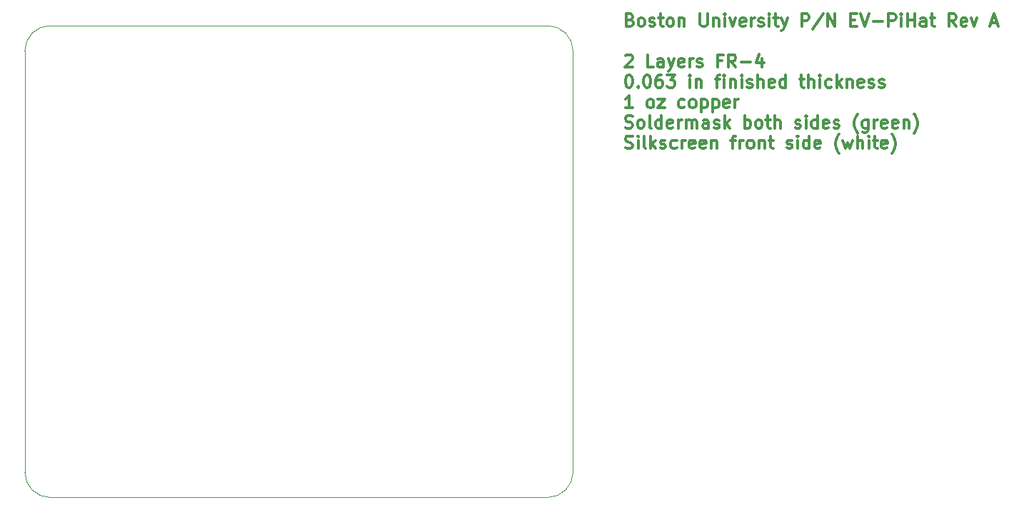
<source format=gbr>
G04 #@! TF.GenerationSoftware,KiCad,Pcbnew,(6.0.1)*
G04 #@! TF.CreationDate,2022-06-15T10:22:57-03:00*
G04 #@! TF.ProjectId,Pi-Hat,50692d48-6174-42e6-9b69-6361645f7063,rev?*
G04 #@! TF.SameCoordinates,Original*
G04 #@! TF.FileFunction,Other,Comment*
%FSLAX46Y46*%
G04 Gerber Fmt 4.6, Leading zero omitted, Abs format (unit mm)*
G04 Created by KiCad (PCBNEW (6.0.1)) date 2022-06-15 10:22:57*
%MOMM*%
%LPD*%
G01*
G04 APERTURE LIST*
%ADD10C,0.300000*%
G04 #@! TA.AperFunction,Profile*
%ADD11C,0.100000*%
G04 #@! TD*
G04 APERTURE END LIST*
D10*
X150327942Y-60135657D02*
X150542228Y-60207085D01*
X150613657Y-60278514D01*
X150685085Y-60421371D01*
X150685085Y-60635657D01*
X150613657Y-60778514D01*
X150542228Y-60849942D01*
X150399371Y-60921371D01*
X149827942Y-60921371D01*
X149827942Y-59421371D01*
X150327942Y-59421371D01*
X150470800Y-59492800D01*
X150542228Y-59564228D01*
X150613657Y-59707085D01*
X150613657Y-59849942D01*
X150542228Y-59992800D01*
X150470800Y-60064228D01*
X150327942Y-60135657D01*
X149827942Y-60135657D01*
X151542228Y-60921371D02*
X151399371Y-60849942D01*
X151327942Y-60778514D01*
X151256514Y-60635657D01*
X151256514Y-60207085D01*
X151327942Y-60064228D01*
X151399371Y-59992800D01*
X151542228Y-59921371D01*
X151756514Y-59921371D01*
X151899371Y-59992800D01*
X151970800Y-60064228D01*
X152042228Y-60207085D01*
X152042228Y-60635657D01*
X151970800Y-60778514D01*
X151899371Y-60849942D01*
X151756514Y-60921371D01*
X151542228Y-60921371D01*
X152613657Y-60849942D02*
X152756514Y-60921371D01*
X153042228Y-60921371D01*
X153185085Y-60849942D01*
X153256514Y-60707085D01*
X153256514Y-60635657D01*
X153185085Y-60492800D01*
X153042228Y-60421371D01*
X152827942Y-60421371D01*
X152685085Y-60349942D01*
X152613657Y-60207085D01*
X152613657Y-60135657D01*
X152685085Y-59992800D01*
X152827942Y-59921371D01*
X153042228Y-59921371D01*
X153185085Y-59992800D01*
X153685085Y-59921371D02*
X154256514Y-59921371D01*
X153899371Y-59421371D02*
X153899371Y-60707085D01*
X153970800Y-60849942D01*
X154113657Y-60921371D01*
X154256514Y-60921371D01*
X154970800Y-60921371D02*
X154827942Y-60849942D01*
X154756514Y-60778514D01*
X154685085Y-60635657D01*
X154685085Y-60207085D01*
X154756514Y-60064228D01*
X154827942Y-59992800D01*
X154970800Y-59921371D01*
X155185085Y-59921371D01*
X155327942Y-59992800D01*
X155399371Y-60064228D01*
X155470800Y-60207085D01*
X155470800Y-60635657D01*
X155399371Y-60778514D01*
X155327942Y-60849942D01*
X155185085Y-60921371D01*
X154970800Y-60921371D01*
X156113657Y-59921371D02*
X156113657Y-60921371D01*
X156113657Y-60064228D02*
X156185085Y-59992800D01*
X156327942Y-59921371D01*
X156542228Y-59921371D01*
X156685085Y-59992800D01*
X156756514Y-60135657D01*
X156756514Y-60921371D01*
X158613657Y-59421371D02*
X158613657Y-60635657D01*
X158685085Y-60778514D01*
X158756514Y-60849942D01*
X158899371Y-60921371D01*
X159185085Y-60921371D01*
X159327942Y-60849942D01*
X159399371Y-60778514D01*
X159470800Y-60635657D01*
X159470800Y-59421371D01*
X160185085Y-59921371D02*
X160185085Y-60921371D01*
X160185085Y-60064228D02*
X160256514Y-59992800D01*
X160399371Y-59921371D01*
X160613657Y-59921371D01*
X160756514Y-59992800D01*
X160827942Y-60135657D01*
X160827942Y-60921371D01*
X161542228Y-60921371D02*
X161542228Y-59921371D01*
X161542228Y-59421371D02*
X161470800Y-59492800D01*
X161542228Y-59564228D01*
X161613657Y-59492800D01*
X161542228Y-59421371D01*
X161542228Y-59564228D01*
X162113657Y-59921371D02*
X162470800Y-60921371D01*
X162827942Y-59921371D01*
X163970800Y-60849942D02*
X163827942Y-60921371D01*
X163542228Y-60921371D01*
X163399371Y-60849942D01*
X163327942Y-60707085D01*
X163327942Y-60135657D01*
X163399371Y-59992800D01*
X163542228Y-59921371D01*
X163827942Y-59921371D01*
X163970800Y-59992800D01*
X164042228Y-60135657D01*
X164042228Y-60278514D01*
X163327942Y-60421371D01*
X164685085Y-60921371D02*
X164685085Y-59921371D01*
X164685085Y-60207085D02*
X164756514Y-60064228D01*
X164827942Y-59992800D01*
X164970800Y-59921371D01*
X165113657Y-59921371D01*
X165542228Y-60849942D02*
X165685085Y-60921371D01*
X165970800Y-60921371D01*
X166113657Y-60849942D01*
X166185085Y-60707085D01*
X166185085Y-60635657D01*
X166113657Y-60492800D01*
X165970800Y-60421371D01*
X165756514Y-60421371D01*
X165613657Y-60349942D01*
X165542228Y-60207085D01*
X165542228Y-60135657D01*
X165613657Y-59992800D01*
X165756514Y-59921371D01*
X165970800Y-59921371D01*
X166113657Y-59992800D01*
X166827942Y-60921371D02*
X166827942Y-59921371D01*
X166827942Y-59421371D02*
X166756514Y-59492800D01*
X166827942Y-59564228D01*
X166899371Y-59492800D01*
X166827942Y-59421371D01*
X166827942Y-59564228D01*
X167327942Y-59921371D02*
X167899371Y-59921371D01*
X167542228Y-59421371D02*
X167542228Y-60707085D01*
X167613657Y-60849942D01*
X167756514Y-60921371D01*
X167899371Y-60921371D01*
X168256514Y-59921371D02*
X168613657Y-60921371D01*
X168970800Y-59921371D02*
X168613657Y-60921371D01*
X168470800Y-61278514D01*
X168399371Y-61349942D01*
X168256514Y-61421371D01*
X170685085Y-60921371D02*
X170685085Y-59421371D01*
X171256514Y-59421371D01*
X171399371Y-59492800D01*
X171470800Y-59564228D01*
X171542228Y-59707085D01*
X171542228Y-59921371D01*
X171470800Y-60064228D01*
X171399371Y-60135657D01*
X171256514Y-60207085D01*
X170685085Y-60207085D01*
X173256514Y-59349942D02*
X171970800Y-61278514D01*
X173756514Y-60921371D02*
X173756514Y-59421371D01*
X174613657Y-60921371D01*
X174613657Y-59421371D01*
X176470800Y-60135657D02*
X176970800Y-60135657D01*
X177185085Y-60921371D02*
X176470800Y-60921371D01*
X176470800Y-59421371D01*
X177185085Y-59421371D01*
X177613657Y-59421371D02*
X178113657Y-60921371D01*
X178613657Y-59421371D01*
X179113657Y-60349942D02*
X180256514Y-60349942D01*
X180970800Y-60921371D02*
X180970800Y-59421371D01*
X181542228Y-59421371D01*
X181685085Y-59492800D01*
X181756514Y-59564228D01*
X181827942Y-59707085D01*
X181827942Y-59921371D01*
X181756514Y-60064228D01*
X181685085Y-60135657D01*
X181542228Y-60207085D01*
X180970800Y-60207085D01*
X182470800Y-60921371D02*
X182470800Y-59921371D01*
X182470800Y-59421371D02*
X182399371Y-59492800D01*
X182470800Y-59564228D01*
X182542228Y-59492800D01*
X182470800Y-59421371D01*
X182470800Y-59564228D01*
X183185085Y-60921371D02*
X183185085Y-59421371D01*
X183185085Y-60135657D02*
X184042228Y-60135657D01*
X184042228Y-60921371D02*
X184042228Y-59421371D01*
X185399371Y-60921371D02*
X185399371Y-60135657D01*
X185327942Y-59992800D01*
X185185085Y-59921371D01*
X184899371Y-59921371D01*
X184756514Y-59992800D01*
X185399371Y-60849942D02*
X185256514Y-60921371D01*
X184899371Y-60921371D01*
X184756514Y-60849942D01*
X184685085Y-60707085D01*
X184685085Y-60564228D01*
X184756514Y-60421371D01*
X184899371Y-60349942D01*
X185256514Y-60349942D01*
X185399371Y-60278514D01*
X185899371Y-59921371D02*
X186470800Y-59921371D01*
X186113657Y-59421371D02*
X186113657Y-60707085D01*
X186185085Y-60849942D01*
X186327942Y-60921371D01*
X186470800Y-60921371D01*
X188970800Y-60921371D02*
X188470800Y-60207085D01*
X188113657Y-60921371D02*
X188113657Y-59421371D01*
X188685085Y-59421371D01*
X188827942Y-59492800D01*
X188899371Y-59564228D01*
X188970800Y-59707085D01*
X188970800Y-59921371D01*
X188899371Y-60064228D01*
X188827942Y-60135657D01*
X188685085Y-60207085D01*
X188113657Y-60207085D01*
X190185085Y-60849942D02*
X190042228Y-60921371D01*
X189756514Y-60921371D01*
X189613657Y-60849942D01*
X189542228Y-60707085D01*
X189542228Y-60135657D01*
X189613657Y-59992800D01*
X189756514Y-59921371D01*
X190042228Y-59921371D01*
X190185085Y-59992800D01*
X190256514Y-60135657D01*
X190256514Y-60278514D01*
X189542228Y-60421371D01*
X190756514Y-59921371D02*
X191113657Y-60921371D01*
X191470800Y-59921371D01*
X193113657Y-60492800D02*
X193827942Y-60492800D01*
X192970800Y-60921371D02*
X193470800Y-59421371D01*
X193970800Y-60921371D01*
X149756514Y-64394228D02*
X149827942Y-64322800D01*
X149970800Y-64251371D01*
X150327942Y-64251371D01*
X150470800Y-64322800D01*
X150542228Y-64394228D01*
X150613657Y-64537085D01*
X150613657Y-64679942D01*
X150542228Y-64894228D01*
X149685085Y-65751371D01*
X150613657Y-65751371D01*
X153113657Y-65751371D02*
X152399371Y-65751371D01*
X152399371Y-64251371D01*
X154256514Y-65751371D02*
X154256514Y-64965657D01*
X154185085Y-64822800D01*
X154042228Y-64751371D01*
X153756514Y-64751371D01*
X153613657Y-64822800D01*
X154256514Y-65679942D02*
X154113657Y-65751371D01*
X153756514Y-65751371D01*
X153613657Y-65679942D01*
X153542228Y-65537085D01*
X153542228Y-65394228D01*
X153613657Y-65251371D01*
X153756514Y-65179942D01*
X154113657Y-65179942D01*
X154256514Y-65108514D01*
X154827942Y-64751371D02*
X155185085Y-65751371D01*
X155542228Y-64751371D02*
X155185085Y-65751371D01*
X155042228Y-66108514D01*
X154970800Y-66179942D01*
X154827942Y-66251371D01*
X156685085Y-65679942D02*
X156542228Y-65751371D01*
X156256514Y-65751371D01*
X156113657Y-65679942D01*
X156042228Y-65537085D01*
X156042228Y-64965657D01*
X156113657Y-64822800D01*
X156256514Y-64751371D01*
X156542228Y-64751371D01*
X156685085Y-64822800D01*
X156756514Y-64965657D01*
X156756514Y-65108514D01*
X156042228Y-65251371D01*
X157399371Y-65751371D02*
X157399371Y-64751371D01*
X157399371Y-65037085D02*
X157470800Y-64894228D01*
X157542228Y-64822800D01*
X157685085Y-64751371D01*
X157827942Y-64751371D01*
X158256514Y-65679942D02*
X158399371Y-65751371D01*
X158685085Y-65751371D01*
X158827942Y-65679942D01*
X158899371Y-65537085D01*
X158899371Y-65465657D01*
X158827942Y-65322800D01*
X158685085Y-65251371D01*
X158470800Y-65251371D01*
X158327942Y-65179942D01*
X158256514Y-65037085D01*
X158256514Y-64965657D01*
X158327942Y-64822800D01*
X158470800Y-64751371D01*
X158685085Y-64751371D01*
X158827942Y-64822800D01*
X161185085Y-64965657D02*
X160685085Y-64965657D01*
X160685085Y-65751371D02*
X160685085Y-64251371D01*
X161399371Y-64251371D01*
X162827942Y-65751371D02*
X162327942Y-65037085D01*
X161970800Y-65751371D02*
X161970800Y-64251371D01*
X162542228Y-64251371D01*
X162685085Y-64322800D01*
X162756514Y-64394228D01*
X162827942Y-64537085D01*
X162827942Y-64751371D01*
X162756514Y-64894228D01*
X162685085Y-64965657D01*
X162542228Y-65037085D01*
X161970800Y-65037085D01*
X163470800Y-65179942D02*
X164613657Y-65179942D01*
X165970800Y-64751371D02*
X165970800Y-65751371D01*
X165613657Y-64179942D02*
X165256514Y-65251371D01*
X166185085Y-65251371D01*
X150113657Y-66666371D02*
X150256514Y-66666371D01*
X150399371Y-66737800D01*
X150470800Y-66809228D01*
X150542228Y-66952085D01*
X150613657Y-67237800D01*
X150613657Y-67594942D01*
X150542228Y-67880657D01*
X150470800Y-68023514D01*
X150399371Y-68094942D01*
X150256514Y-68166371D01*
X150113657Y-68166371D01*
X149970800Y-68094942D01*
X149899371Y-68023514D01*
X149827942Y-67880657D01*
X149756514Y-67594942D01*
X149756514Y-67237800D01*
X149827942Y-66952085D01*
X149899371Y-66809228D01*
X149970800Y-66737800D01*
X150113657Y-66666371D01*
X151256514Y-68023514D02*
X151327942Y-68094942D01*
X151256514Y-68166371D01*
X151185085Y-68094942D01*
X151256514Y-68023514D01*
X151256514Y-68166371D01*
X152256514Y-66666371D02*
X152399371Y-66666371D01*
X152542228Y-66737800D01*
X152613657Y-66809228D01*
X152685085Y-66952085D01*
X152756514Y-67237800D01*
X152756514Y-67594942D01*
X152685085Y-67880657D01*
X152613657Y-68023514D01*
X152542228Y-68094942D01*
X152399371Y-68166371D01*
X152256514Y-68166371D01*
X152113657Y-68094942D01*
X152042228Y-68023514D01*
X151970800Y-67880657D01*
X151899371Y-67594942D01*
X151899371Y-67237800D01*
X151970800Y-66952085D01*
X152042228Y-66809228D01*
X152113657Y-66737800D01*
X152256514Y-66666371D01*
X154042228Y-66666371D02*
X153756514Y-66666371D01*
X153613657Y-66737800D01*
X153542228Y-66809228D01*
X153399371Y-67023514D01*
X153327942Y-67309228D01*
X153327942Y-67880657D01*
X153399371Y-68023514D01*
X153470800Y-68094942D01*
X153613657Y-68166371D01*
X153899371Y-68166371D01*
X154042228Y-68094942D01*
X154113657Y-68023514D01*
X154185085Y-67880657D01*
X154185085Y-67523514D01*
X154113657Y-67380657D01*
X154042228Y-67309228D01*
X153899371Y-67237800D01*
X153613657Y-67237800D01*
X153470800Y-67309228D01*
X153399371Y-67380657D01*
X153327942Y-67523514D01*
X154685085Y-66666371D02*
X155613657Y-66666371D01*
X155113657Y-67237800D01*
X155327942Y-67237800D01*
X155470800Y-67309228D01*
X155542228Y-67380657D01*
X155613657Y-67523514D01*
X155613657Y-67880657D01*
X155542228Y-68023514D01*
X155470800Y-68094942D01*
X155327942Y-68166371D01*
X154899371Y-68166371D01*
X154756514Y-68094942D01*
X154685085Y-68023514D01*
X157399371Y-68166371D02*
X157399371Y-67166371D01*
X157399371Y-66666371D02*
X157327942Y-66737800D01*
X157399371Y-66809228D01*
X157470800Y-66737800D01*
X157399371Y-66666371D01*
X157399371Y-66809228D01*
X158113657Y-67166371D02*
X158113657Y-68166371D01*
X158113657Y-67309228D02*
X158185085Y-67237800D01*
X158327942Y-67166371D01*
X158542228Y-67166371D01*
X158685085Y-67237800D01*
X158756514Y-67380657D01*
X158756514Y-68166371D01*
X160399371Y-67166371D02*
X160970800Y-67166371D01*
X160613657Y-68166371D02*
X160613657Y-66880657D01*
X160685085Y-66737800D01*
X160827942Y-66666371D01*
X160970800Y-66666371D01*
X161470800Y-68166371D02*
X161470800Y-67166371D01*
X161470800Y-66666371D02*
X161399371Y-66737800D01*
X161470800Y-66809228D01*
X161542228Y-66737800D01*
X161470800Y-66666371D01*
X161470800Y-66809228D01*
X162185085Y-67166371D02*
X162185085Y-68166371D01*
X162185085Y-67309228D02*
X162256514Y-67237800D01*
X162399371Y-67166371D01*
X162613657Y-67166371D01*
X162756514Y-67237800D01*
X162827942Y-67380657D01*
X162827942Y-68166371D01*
X163542228Y-68166371D02*
X163542228Y-67166371D01*
X163542228Y-66666371D02*
X163470800Y-66737800D01*
X163542228Y-66809228D01*
X163613657Y-66737800D01*
X163542228Y-66666371D01*
X163542228Y-66809228D01*
X164185085Y-68094942D02*
X164327942Y-68166371D01*
X164613657Y-68166371D01*
X164756514Y-68094942D01*
X164827942Y-67952085D01*
X164827942Y-67880657D01*
X164756514Y-67737800D01*
X164613657Y-67666371D01*
X164399371Y-67666371D01*
X164256514Y-67594942D01*
X164185085Y-67452085D01*
X164185085Y-67380657D01*
X164256514Y-67237800D01*
X164399371Y-67166371D01*
X164613657Y-67166371D01*
X164756514Y-67237800D01*
X165470800Y-68166371D02*
X165470800Y-66666371D01*
X166113657Y-68166371D02*
X166113657Y-67380657D01*
X166042228Y-67237800D01*
X165899371Y-67166371D01*
X165685085Y-67166371D01*
X165542228Y-67237800D01*
X165470800Y-67309228D01*
X167399371Y-68094942D02*
X167256514Y-68166371D01*
X166970800Y-68166371D01*
X166827942Y-68094942D01*
X166756514Y-67952085D01*
X166756514Y-67380657D01*
X166827942Y-67237800D01*
X166970800Y-67166371D01*
X167256514Y-67166371D01*
X167399371Y-67237800D01*
X167470800Y-67380657D01*
X167470800Y-67523514D01*
X166756514Y-67666371D01*
X168756514Y-68166371D02*
X168756514Y-66666371D01*
X168756514Y-68094942D02*
X168613657Y-68166371D01*
X168327942Y-68166371D01*
X168185085Y-68094942D01*
X168113657Y-68023514D01*
X168042228Y-67880657D01*
X168042228Y-67452085D01*
X168113657Y-67309228D01*
X168185085Y-67237800D01*
X168327942Y-67166371D01*
X168613657Y-67166371D01*
X168756514Y-67237800D01*
X170399371Y-67166371D02*
X170970800Y-67166371D01*
X170613657Y-66666371D02*
X170613657Y-67952085D01*
X170685085Y-68094942D01*
X170827942Y-68166371D01*
X170970800Y-68166371D01*
X171470800Y-68166371D02*
X171470800Y-66666371D01*
X172113657Y-68166371D02*
X172113657Y-67380657D01*
X172042228Y-67237800D01*
X171899371Y-67166371D01*
X171685085Y-67166371D01*
X171542228Y-67237800D01*
X171470800Y-67309228D01*
X172827942Y-68166371D02*
X172827942Y-67166371D01*
X172827942Y-66666371D02*
X172756514Y-66737800D01*
X172827942Y-66809228D01*
X172899371Y-66737800D01*
X172827942Y-66666371D01*
X172827942Y-66809228D01*
X174185085Y-68094942D02*
X174042228Y-68166371D01*
X173756514Y-68166371D01*
X173613657Y-68094942D01*
X173542228Y-68023514D01*
X173470800Y-67880657D01*
X173470800Y-67452085D01*
X173542228Y-67309228D01*
X173613657Y-67237800D01*
X173756514Y-67166371D01*
X174042228Y-67166371D01*
X174185085Y-67237800D01*
X174827942Y-68166371D02*
X174827942Y-66666371D01*
X174970800Y-67594942D02*
X175399371Y-68166371D01*
X175399371Y-67166371D02*
X174827942Y-67737800D01*
X176042228Y-67166371D02*
X176042228Y-68166371D01*
X176042228Y-67309228D02*
X176113657Y-67237800D01*
X176256514Y-67166371D01*
X176470800Y-67166371D01*
X176613657Y-67237800D01*
X176685085Y-67380657D01*
X176685085Y-68166371D01*
X177970800Y-68094942D02*
X177827942Y-68166371D01*
X177542228Y-68166371D01*
X177399371Y-68094942D01*
X177327942Y-67952085D01*
X177327942Y-67380657D01*
X177399371Y-67237800D01*
X177542228Y-67166371D01*
X177827942Y-67166371D01*
X177970800Y-67237800D01*
X178042228Y-67380657D01*
X178042228Y-67523514D01*
X177327942Y-67666371D01*
X178613657Y-68094942D02*
X178756514Y-68166371D01*
X179042228Y-68166371D01*
X179185085Y-68094942D01*
X179256514Y-67952085D01*
X179256514Y-67880657D01*
X179185085Y-67737800D01*
X179042228Y-67666371D01*
X178827942Y-67666371D01*
X178685085Y-67594942D01*
X178613657Y-67452085D01*
X178613657Y-67380657D01*
X178685085Y-67237800D01*
X178827942Y-67166371D01*
X179042228Y-67166371D01*
X179185085Y-67237800D01*
X179827942Y-68094942D02*
X179970800Y-68166371D01*
X180256514Y-68166371D01*
X180399371Y-68094942D01*
X180470800Y-67952085D01*
X180470800Y-67880657D01*
X180399371Y-67737800D01*
X180256514Y-67666371D01*
X180042228Y-67666371D01*
X179899371Y-67594942D01*
X179827942Y-67452085D01*
X179827942Y-67380657D01*
X179899371Y-67237800D01*
X180042228Y-67166371D01*
X180256514Y-67166371D01*
X180399371Y-67237800D01*
X150613657Y-70581371D02*
X149756514Y-70581371D01*
X150185085Y-70581371D02*
X150185085Y-69081371D01*
X150042228Y-69295657D01*
X149899371Y-69438514D01*
X149756514Y-69509942D01*
X152613657Y-70581371D02*
X152470800Y-70509942D01*
X152399371Y-70438514D01*
X152327942Y-70295657D01*
X152327942Y-69867085D01*
X152399371Y-69724228D01*
X152470800Y-69652800D01*
X152613657Y-69581371D01*
X152827942Y-69581371D01*
X152970800Y-69652800D01*
X153042228Y-69724228D01*
X153113657Y-69867085D01*
X153113657Y-70295657D01*
X153042228Y-70438514D01*
X152970800Y-70509942D01*
X152827942Y-70581371D01*
X152613657Y-70581371D01*
X153613657Y-69581371D02*
X154399371Y-69581371D01*
X153613657Y-70581371D01*
X154399371Y-70581371D01*
X156756514Y-70509942D02*
X156613657Y-70581371D01*
X156327942Y-70581371D01*
X156185085Y-70509942D01*
X156113657Y-70438514D01*
X156042228Y-70295657D01*
X156042228Y-69867085D01*
X156113657Y-69724228D01*
X156185085Y-69652800D01*
X156327942Y-69581371D01*
X156613657Y-69581371D01*
X156756514Y-69652800D01*
X157613657Y-70581371D02*
X157470800Y-70509942D01*
X157399371Y-70438514D01*
X157327942Y-70295657D01*
X157327942Y-69867085D01*
X157399371Y-69724228D01*
X157470800Y-69652800D01*
X157613657Y-69581371D01*
X157827942Y-69581371D01*
X157970800Y-69652800D01*
X158042228Y-69724228D01*
X158113657Y-69867085D01*
X158113657Y-70295657D01*
X158042228Y-70438514D01*
X157970800Y-70509942D01*
X157827942Y-70581371D01*
X157613657Y-70581371D01*
X158756514Y-69581371D02*
X158756514Y-71081371D01*
X158756514Y-69652800D02*
X158899371Y-69581371D01*
X159185085Y-69581371D01*
X159327942Y-69652800D01*
X159399371Y-69724228D01*
X159470800Y-69867085D01*
X159470800Y-70295657D01*
X159399371Y-70438514D01*
X159327942Y-70509942D01*
X159185085Y-70581371D01*
X158899371Y-70581371D01*
X158756514Y-70509942D01*
X160113657Y-69581371D02*
X160113657Y-71081371D01*
X160113657Y-69652800D02*
X160256514Y-69581371D01*
X160542228Y-69581371D01*
X160685085Y-69652800D01*
X160756514Y-69724228D01*
X160827942Y-69867085D01*
X160827942Y-70295657D01*
X160756514Y-70438514D01*
X160685085Y-70509942D01*
X160542228Y-70581371D01*
X160256514Y-70581371D01*
X160113657Y-70509942D01*
X162042228Y-70509942D02*
X161899371Y-70581371D01*
X161613657Y-70581371D01*
X161470800Y-70509942D01*
X161399371Y-70367085D01*
X161399371Y-69795657D01*
X161470800Y-69652800D01*
X161613657Y-69581371D01*
X161899371Y-69581371D01*
X162042228Y-69652800D01*
X162113657Y-69795657D01*
X162113657Y-69938514D01*
X161399371Y-70081371D01*
X162756514Y-70581371D02*
X162756514Y-69581371D01*
X162756514Y-69867085D02*
X162827942Y-69724228D01*
X162899371Y-69652800D01*
X163042228Y-69581371D01*
X163185085Y-69581371D01*
X149756514Y-72924942D02*
X149970800Y-72996371D01*
X150327942Y-72996371D01*
X150470800Y-72924942D01*
X150542228Y-72853514D01*
X150613657Y-72710657D01*
X150613657Y-72567800D01*
X150542228Y-72424942D01*
X150470800Y-72353514D01*
X150327942Y-72282085D01*
X150042228Y-72210657D01*
X149899371Y-72139228D01*
X149827942Y-72067800D01*
X149756514Y-71924942D01*
X149756514Y-71782085D01*
X149827942Y-71639228D01*
X149899371Y-71567800D01*
X150042228Y-71496371D01*
X150399371Y-71496371D01*
X150613657Y-71567800D01*
X151470800Y-72996371D02*
X151327942Y-72924942D01*
X151256514Y-72853514D01*
X151185085Y-72710657D01*
X151185085Y-72282085D01*
X151256514Y-72139228D01*
X151327942Y-72067800D01*
X151470800Y-71996371D01*
X151685085Y-71996371D01*
X151827942Y-72067800D01*
X151899371Y-72139228D01*
X151970800Y-72282085D01*
X151970800Y-72710657D01*
X151899371Y-72853514D01*
X151827942Y-72924942D01*
X151685085Y-72996371D01*
X151470800Y-72996371D01*
X152827942Y-72996371D02*
X152685085Y-72924942D01*
X152613657Y-72782085D01*
X152613657Y-71496371D01*
X154042228Y-72996371D02*
X154042228Y-71496371D01*
X154042228Y-72924942D02*
X153899371Y-72996371D01*
X153613657Y-72996371D01*
X153470800Y-72924942D01*
X153399371Y-72853514D01*
X153327942Y-72710657D01*
X153327942Y-72282085D01*
X153399371Y-72139228D01*
X153470800Y-72067800D01*
X153613657Y-71996371D01*
X153899371Y-71996371D01*
X154042228Y-72067800D01*
X155327942Y-72924942D02*
X155185085Y-72996371D01*
X154899371Y-72996371D01*
X154756514Y-72924942D01*
X154685085Y-72782085D01*
X154685085Y-72210657D01*
X154756514Y-72067800D01*
X154899371Y-71996371D01*
X155185085Y-71996371D01*
X155327942Y-72067800D01*
X155399371Y-72210657D01*
X155399371Y-72353514D01*
X154685085Y-72496371D01*
X156042228Y-72996371D02*
X156042228Y-71996371D01*
X156042228Y-72282085D02*
X156113657Y-72139228D01*
X156185085Y-72067800D01*
X156327942Y-71996371D01*
X156470800Y-71996371D01*
X156970800Y-72996371D02*
X156970800Y-71996371D01*
X156970800Y-72139228D02*
X157042228Y-72067800D01*
X157185085Y-71996371D01*
X157399371Y-71996371D01*
X157542228Y-72067800D01*
X157613657Y-72210657D01*
X157613657Y-72996371D01*
X157613657Y-72210657D02*
X157685085Y-72067800D01*
X157827942Y-71996371D01*
X158042228Y-71996371D01*
X158185085Y-72067800D01*
X158256514Y-72210657D01*
X158256514Y-72996371D01*
X159613657Y-72996371D02*
X159613657Y-72210657D01*
X159542228Y-72067800D01*
X159399371Y-71996371D01*
X159113657Y-71996371D01*
X158970800Y-72067800D01*
X159613657Y-72924942D02*
X159470800Y-72996371D01*
X159113657Y-72996371D01*
X158970800Y-72924942D01*
X158899371Y-72782085D01*
X158899371Y-72639228D01*
X158970800Y-72496371D01*
X159113657Y-72424942D01*
X159470800Y-72424942D01*
X159613657Y-72353514D01*
X160256514Y-72924942D02*
X160399371Y-72996371D01*
X160685085Y-72996371D01*
X160827942Y-72924942D01*
X160899371Y-72782085D01*
X160899371Y-72710657D01*
X160827942Y-72567800D01*
X160685085Y-72496371D01*
X160470800Y-72496371D01*
X160327942Y-72424942D01*
X160256514Y-72282085D01*
X160256514Y-72210657D01*
X160327942Y-72067800D01*
X160470800Y-71996371D01*
X160685085Y-71996371D01*
X160827942Y-72067800D01*
X161542228Y-72996371D02*
X161542228Y-71496371D01*
X161685085Y-72424942D02*
X162113657Y-72996371D01*
X162113657Y-71996371D02*
X161542228Y-72567800D01*
X163899371Y-72996371D02*
X163899371Y-71496371D01*
X163899371Y-72067800D02*
X164042228Y-71996371D01*
X164327942Y-71996371D01*
X164470800Y-72067800D01*
X164542228Y-72139228D01*
X164613657Y-72282085D01*
X164613657Y-72710657D01*
X164542228Y-72853514D01*
X164470800Y-72924942D01*
X164327942Y-72996371D01*
X164042228Y-72996371D01*
X163899371Y-72924942D01*
X165470800Y-72996371D02*
X165327942Y-72924942D01*
X165256514Y-72853514D01*
X165185085Y-72710657D01*
X165185085Y-72282085D01*
X165256514Y-72139228D01*
X165327942Y-72067800D01*
X165470800Y-71996371D01*
X165685085Y-71996371D01*
X165827942Y-72067800D01*
X165899371Y-72139228D01*
X165970800Y-72282085D01*
X165970800Y-72710657D01*
X165899371Y-72853514D01*
X165827942Y-72924942D01*
X165685085Y-72996371D01*
X165470800Y-72996371D01*
X166399371Y-71996371D02*
X166970800Y-71996371D01*
X166613657Y-71496371D02*
X166613657Y-72782085D01*
X166685085Y-72924942D01*
X166827942Y-72996371D01*
X166970800Y-72996371D01*
X167470800Y-72996371D02*
X167470800Y-71496371D01*
X168113657Y-72996371D02*
X168113657Y-72210657D01*
X168042228Y-72067800D01*
X167899371Y-71996371D01*
X167685085Y-71996371D01*
X167542228Y-72067800D01*
X167470800Y-72139228D01*
X169899371Y-72924942D02*
X170042228Y-72996371D01*
X170327942Y-72996371D01*
X170470800Y-72924942D01*
X170542228Y-72782085D01*
X170542228Y-72710657D01*
X170470800Y-72567800D01*
X170327942Y-72496371D01*
X170113657Y-72496371D01*
X169970800Y-72424942D01*
X169899371Y-72282085D01*
X169899371Y-72210657D01*
X169970800Y-72067800D01*
X170113657Y-71996371D01*
X170327942Y-71996371D01*
X170470800Y-72067800D01*
X171185085Y-72996371D02*
X171185085Y-71996371D01*
X171185085Y-71496371D02*
X171113657Y-71567800D01*
X171185085Y-71639228D01*
X171256514Y-71567800D01*
X171185085Y-71496371D01*
X171185085Y-71639228D01*
X172542228Y-72996371D02*
X172542228Y-71496371D01*
X172542228Y-72924942D02*
X172399371Y-72996371D01*
X172113657Y-72996371D01*
X171970800Y-72924942D01*
X171899371Y-72853514D01*
X171827942Y-72710657D01*
X171827942Y-72282085D01*
X171899371Y-72139228D01*
X171970800Y-72067800D01*
X172113657Y-71996371D01*
X172399371Y-71996371D01*
X172542228Y-72067800D01*
X173827942Y-72924942D02*
X173685085Y-72996371D01*
X173399371Y-72996371D01*
X173256514Y-72924942D01*
X173185085Y-72782085D01*
X173185085Y-72210657D01*
X173256514Y-72067800D01*
X173399371Y-71996371D01*
X173685085Y-71996371D01*
X173827942Y-72067800D01*
X173899371Y-72210657D01*
X173899371Y-72353514D01*
X173185085Y-72496371D01*
X174470800Y-72924942D02*
X174613657Y-72996371D01*
X174899371Y-72996371D01*
X175042228Y-72924942D01*
X175113657Y-72782085D01*
X175113657Y-72710657D01*
X175042228Y-72567800D01*
X174899371Y-72496371D01*
X174685085Y-72496371D01*
X174542228Y-72424942D01*
X174470800Y-72282085D01*
X174470800Y-72210657D01*
X174542228Y-72067800D01*
X174685085Y-71996371D01*
X174899371Y-71996371D01*
X175042228Y-72067800D01*
X177327942Y-73567800D02*
X177256514Y-73496371D01*
X177113657Y-73282085D01*
X177042228Y-73139228D01*
X176970800Y-72924942D01*
X176899371Y-72567800D01*
X176899371Y-72282085D01*
X176970800Y-71924942D01*
X177042228Y-71710657D01*
X177113657Y-71567800D01*
X177256514Y-71353514D01*
X177327942Y-71282085D01*
X178542228Y-71996371D02*
X178542228Y-73210657D01*
X178470800Y-73353514D01*
X178399371Y-73424942D01*
X178256514Y-73496371D01*
X178042228Y-73496371D01*
X177899371Y-73424942D01*
X178542228Y-72924942D02*
X178399371Y-72996371D01*
X178113657Y-72996371D01*
X177970800Y-72924942D01*
X177899371Y-72853514D01*
X177827942Y-72710657D01*
X177827942Y-72282085D01*
X177899371Y-72139228D01*
X177970800Y-72067800D01*
X178113657Y-71996371D01*
X178399371Y-71996371D01*
X178542228Y-72067800D01*
X179256514Y-72996371D02*
X179256514Y-71996371D01*
X179256514Y-72282085D02*
X179327942Y-72139228D01*
X179399371Y-72067800D01*
X179542228Y-71996371D01*
X179685085Y-71996371D01*
X180756514Y-72924942D02*
X180613657Y-72996371D01*
X180327942Y-72996371D01*
X180185085Y-72924942D01*
X180113657Y-72782085D01*
X180113657Y-72210657D01*
X180185085Y-72067800D01*
X180327942Y-71996371D01*
X180613657Y-71996371D01*
X180756514Y-72067800D01*
X180827942Y-72210657D01*
X180827942Y-72353514D01*
X180113657Y-72496371D01*
X182042228Y-72924942D02*
X181899371Y-72996371D01*
X181613657Y-72996371D01*
X181470800Y-72924942D01*
X181399371Y-72782085D01*
X181399371Y-72210657D01*
X181470800Y-72067800D01*
X181613657Y-71996371D01*
X181899371Y-71996371D01*
X182042228Y-72067800D01*
X182113657Y-72210657D01*
X182113657Y-72353514D01*
X181399371Y-72496371D01*
X182756514Y-71996371D02*
X182756514Y-72996371D01*
X182756514Y-72139228D02*
X182827942Y-72067800D01*
X182970800Y-71996371D01*
X183185085Y-71996371D01*
X183327942Y-72067800D01*
X183399371Y-72210657D01*
X183399371Y-72996371D01*
X183970800Y-73567800D02*
X184042228Y-73496371D01*
X184185085Y-73282085D01*
X184256514Y-73139228D01*
X184327942Y-72924942D01*
X184399371Y-72567800D01*
X184399371Y-72282085D01*
X184327942Y-71924942D01*
X184256514Y-71710657D01*
X184185085Y-71567800D01*
X184042228Y-71353514D01*
X183970800Y-71282085D01*
X149756514Y-75339942D02*
X149970800Y-75411371D01*
X150327942Y-75411371D01*
X150470800Y-75339942D01*
X150542228Y-75268514D01*
X150613657Y-75125657D01*
X150613657Y-74982800D01*
X150542228Y-74839942D01*
X150470800Y-74768514D01*
X150327942Y-74697085D01*
X150042228Y-74625657D01*
X149899371Y-74554228D01*
X149827942Y-74482800D01*
X149756514Y-74339942D01*
X149756514Y-74197085D01*
X149827942Y-74054228D01*
X149899371Y-73982800D01*
X150042228Y-73911371D01*
X150399371Y-73911371D01*
X150613657Y-73982800D01*
X151256514Y-75411371D02*
X151256514Y-74411371D01*
X151256514Y-73911371D02*
X151185085Y-73982800D01*
X151256514Y-74054228D01*
X151327942Y-73982800D01*
X151256514Y-73911371D01*
X151256514Y-74054228D01*
X152185085Y-75411371D02*
X152042228Y-75339942D01*
X151970800Y-75197085D01*
X151970800Y-73911371D01*
X152756514Y-75411371D02*
X152756514Y-73911371D01*
X152899371Y-74839942D02*
X153327942Y-75411371D01*
X153327942Y-74411371D02*
X152756514Y-74982800D01*
X153899371Y-75339942D02*
X154042228Y-75411371D01*
X154327942Y-75411371D01*
X154470800Y-75339942D01*
X154542228Y-75197085D01*
X154542228Y-75125657D01*
X154470800Y-74982800D01*
X154327942Y-74911371D01*
X154113657Y-74911371D01*
X153970800Y-74839942D01*
X153899371Y-74697085D01*
X153899371Y-74625657D01*
X153970800Y-74482800D01*
X154113657Y-74411371D01*
X154327942Y-74411371D01*
X154470800Y-74482800D01*
X155827942Y-75339942D02*
X155685085Y-75411371D01*
X155399371Y-75411371D01*
X155256514Y-75339942D01*
X155185085Y-75268514D01*
X155113657Y-75125657D01*
X155113657Y-74697085D01*
X155185085Y-74554228D01*
X155256514Y-74482800D01*
X155399371Y-74411371D01*
X155685085Y-74411371D01*
X155827942Y-74482800D01*
X156470800Y-75411371D02*
X156470800Y-74411371D01*
X156470800Y-74697085D02*
X156542228Y-74554228D01*
X156613657Y-74482800D01*
X156756514Y-74411371D01*
X156899371Y-74411371D01*
X157970800Y-75339942D02*
X157827942Y-75411371D01*
X157542228Y-75411371D01*
X157399371Y-75339942D01*
X157327942Y-75197085D01*
X157327942Y-74625657D01*
X157399371Y-74482800D01*
X157542228Y-74411371D01*
X157827942Y-74411371D01*
X157970800Y-74482800D01*
X158042228Y-74625657D01*
X158042228Y-74768514D01*
X157327942Y-74911371D01*
X159256514Y-75339942D02*
X159113657Y-75411371D01*
X158827942Y-75411371D01*
X158685085Y-75339942D01*
X158613657Y-75197085D01*
X158613657Y-74625657D01*
X158685085Y-74482800D01*
X158827942Y-74411371D01*
X159113657Y-74411371D01*
X159256514Y-74482800D01*
X159327942Y-74625657D01*
X159327942Y-74768514D01*
X158613657Y-74911371D01*
X159970800Y-74411371D02*
X159970800Y-75411371D01*
X159970800Y-74554228D02*
X160042228Y-74482800D01*
X160185085Y-74411371D01*
X160399371Y-74411371D01*
X160542228Y-74482800D01*
X160613657Y-74625657D01*
X160613657Y-75411371D01*
X162256514Y-74411371D02*
X162827942Y-74411371D01*
X162470800Y-75411371D02*
X162470800Y-74125657D01*
X162542228Y-73982800D01*
X162685085Y-73911371D01*
X162827942Y-73911371D01*
X163327942Y-75411371D02*
X163327942Y-74411371D01*
X163327942Y-74697085D02*
X163399371Y-74554228D01*
X163470800Y-74482800D01*
X163613657Y-74411371D01*
X163756514Y-74411371D01*
X164470800Y-75411371D02*
X164327942Y-75339942D01*
X164256514Y-75268514D01*
X164185085Y-75125657D01*
X164185085Y-74697085D01*
X164256514Y-74554228D01*
X164327942Y-74482800D01*
X164470800Y-74411371D01*
X164685085Y-74411371D01*
X164827942Y-74482800D01*
X164899371Y-74554228D01*
X164970800Y-74697085D01*
X164970800Y-75125657D01*
X164899371Y-75268514D01*
X164827942Y-75339942D01*
X164685085Y-75411371D01*
X164470800Y-75411371D01*
X165613657Y-74411371D02*
X165613657Y-75411371D01*
X165613657Y-74554228D02*
X165685085Y-74482800D01*
X165827942Y-74411371D01*
X166042228Y-74411371D01*
X166185085Y-74482800D01*
X166256514Y-74625657D01*
X166256514Y-75411371D01*
X166756514Y-74411371D02*
X167327942Y-74411371D01*
X166970800Y-73911371D02*
X166970800Y-75197085D01*
X167042228Y-75339942D01*
X167185085Y-75411371D01*
X167327942Y-75411371D01*
X168899371Y-75339942D02*
X169042228Y-75411371D01*
X169327942Y-75411371D01*
X169470800Y-75339942D01*
X169542228Y-75197085D01*
X169542228Y-75125657D01*
X169470800Y-74982800D01*
X169327942Y-74911371D01*
X169113657Y-74911371D01*
X168970800Y-74839942D01*
X168899371Y-74697085D01*
X168899371Y-74625657D01*
X168970800Y-74482800D01*
X169113657Y-74411371D01*
X169327942Y-74411371D01*
X169470800Y-74482800D01*
X170185085Y-75411371D02*
X170185085Y-74411371D01*
X170185085Y-73911371D02*
X170113657Y-73982800D01*
X170185085Y-74054228D01*
X170256514Y-73982800D01*
X170185085Y-73911371D01*
X170185085Y-74054228D01*
X171542228Y-75411371D02*
X171542228Y-73911371D01*
X171542228Y-75339942D02*
X171399371Y-75411371D01*
X171113657Y-75411371D01*
X170970800Y-75339942D01*
X170899371Y-75268514D01*
X170827942Y-75125657D01*
X170827942Y-74697085D01*
X170899371Y-74554228D01*
X170970800Y-74482800D01*
X171113657Y-74411371D01*
X171399371Y-74411371D01*
X171542228Y-74482800D01*
X172827942Y-75339942D02*
X172685085Y-75411371D01*
X172399371Y-75411371D01*
X172256514Y-75339942D01*
X172185085Y-75197085D01*
X172185085Y-74625657D01*
X172256514Y-74482800D01*
X172399371Y-74411371D01*
X172685085Y-74411371D01*
X172827942Y-74482800D01*
X172899371Y-74625657D01*
X172899371Y-74768514D01*
X172185085Y-74911371D01*
X175113657Y-75982800D02*
X175042228Y-75911371D01*
X174899371Y-75697085D01*
X174827942Y-75554228D01*
X174756514Y-75339942D01*
X174685085Y-74982800D01*
X174685085Y-74697085D01*
X174756514Y-74339942D01*
X174827942Y-74125657D01*
X174899371Y-73982800D01*
X175042228Y-73768514D01*
X175113657Y-73697085D01*
X175542228Y-74411371D02*
X175827942Y-75411371D01*
X176113657Y-74697085D01*
X176399371Y-75411371D01*
X176685085Y-74411371D01*
X177256514Y-75411371D02*
X177256514Y-73911371D01*
X177899371Y-75411371D02*
X177899371Y-74625657D01*
X177827942Y-74482800D01*
X177685085Y-74411371D01*
X177470800Y-74411371D01*
X177327942Y-74482800D01*
X177256514Y-74554228D01*
X178613657Y-75411371D02*
X178613657Y-74411371D01*
X178613657Y-73911371D02*
X178542228Y-73982800D01*
X178613657Y-74054228D01*
X178685085Y-73982800D01*
X178613657Y-73911371D01*
X178613657Y-74054228D01*
X179113657Y-74411371D02*
X179685085Y-74411371D01*
X179327942Y-73911371D02*
X179327942Y-75197085D01*
X179399371Y-75339942D01*
X179542228Y-75411371D01*
X179685085Y-75411371D01*
X180756514Y-75339942D02*
X180613657Y-75411371D01*
X180327942Y-75411371D01*
X180185085Y-75339942D01*
X180113657Y-75197085D01*
X180113657Y-74625657D01*
X180185085Y-74482800D01*
X180327942Y-74411371D01*
X180613657Y-74411371D01*
X180756514Y-74482800D01*
X180827942Y-74625657D01*
X180827942Y-74768514D01*
X180113657Y-74911371D01*
X181327942Y-75982800D02*
X181399371Y-75911371D01*
X181542228Y-75697085D01*
X181613657Y-75554228D01*
X181685085Y-75339942D01*
X181756514Y-74982800D01*
X181756514Y-74697085D01*
X181685085Y-74339942D01*
X181613657Y-74125657D01*
X181542228Y-73982800D01*
X181399371Y-73768514D01*
X181327942Y-73697085D01*
D11*
X78546356Y-63817611D02*
X78546356Y-113817611D01*
X81546356Y-60817611D02*
G75*
G03*
X78546356Y-63817611I0J-3000000D01*
G01*
X140546356Y-60817611D02*
X81546356Y-60817611D01*
X143546356Y-63817611D02*
G75*
G03*
X140546356Y-60817611I-3000000J0D01*
G01*
X143546356Y-113817611D02*
X143546356Y-63817611D01*
X78546356Y-113817611D02*
G75*
G03*
X81546356Y-116817611I3000000J0D01*
G01*
X81546356Y-116817611D02*
X140546356Y-116817611D01*
X140546356Y-116817611D02*
G75*
G03*
X143546351Y-113822847I0J3000000D01*
G01*
M02*

</source>
